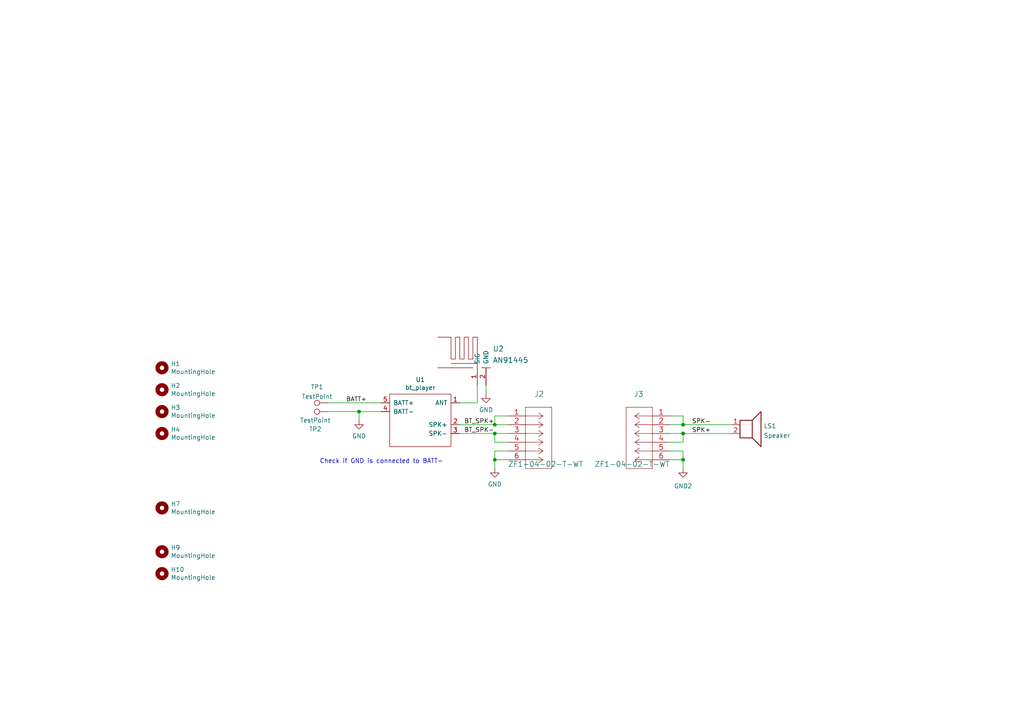
<source format=kicad_sch>
(kicad_sch (version 20211123) (generator eeschema)
  (paper "A4")
  (lib_symbols
    (symbol "527450633_1" (pin_names (offset 0.254) hide)
      (property "Reference" "J" (at 8.89 6.35 0))
      (property "Value" "527450633_1" (at 7.62 -16.51 0))
      (symbol "527450633_1_1_1"
        (polyline (pts (xy 5.08 -15.24) (xy 12.7 -15.24)) (stroke (width 0.127)))
        (polyline (pts (xy 5.08 2.54) (xy 5.08 -15.24)) (stroke (width 0.127)))
        (polyline (pts (xy 10.16 -12.7) (xy 5.08 -12.7)) (stroke (width 0.127)))
        (polyline (pts (xy 10.16 -12.7) (xy 8.89 -13.5382)) (stroke (width 0.127)))
        (polyline (pts (xy 10.16 -12.7) (xy 8.89 -11.8618)) (stroke (width 0.127)))
        (polyline (pts (xy 10.16 -10.16) (xy 5.08 -10.16)) (stroke (width 0.127)))
        (polyline (pts (xy 10.16 -10.16) (xy 8.89 -10.9982)) (stroke (width 0.127)))
        (polyline (pts (xy 10.16 -10.16) (xy 8.89 -9.3218)) (stroke (width 0.127)))
        (polyline (pts (xy 10.16 -7.62) (xy 5.08 -7.62)) (stroke (width 0.127)))
        (polyline (pts (xy 10.16 -7.62) (xy 8.89 -8.4582)) (stroke (width 0.127)))
        (polyline (pts (xy 10.16 -7.62) (xy 8.89 -6.7818)) (stroke (width 0.127)))
        (polyline (pts (xy 10.16 -5.08) (xy 5.08 -5.08)) (stroke (width 0.127)))
        (polyline (pts (xy 10.16 -5.08) (xy 8.89 -5.9182)) (stroke (width 0.127)))
        (polyline (pts (xy 10.16 -5.08) (xy 8.89 -4.2418)) (stroke (width 0.127)))
        (polyline (pts (xy 10.16 -2.54) (xy 5.08 -2.54)) (stroke (width 0.127)))
        (polyline (pts (xy 10.16 -2.54) (xy 8.89 -3.3782)) (stroke (width 0.127)))
        (polyline (pts (xy 10.16 -2.54) (xy 8.89 -1.7018)) (stroke (width 0.127)))
        (polyline (pts (xy 10.16 0) (xy 5.08 0)) (stroke (width 0.127)))
        (polyline (pts (xy 10.16 0) (xy 8.89 -0.8382)) (stroke (width 0.127)))
        (polyline (pts (xy 10.16 0) (xy 8.89 0.8382)) (stroke (width 0.127)))
        (polyline (pts (xy 12.7 -15.24) (xy 12.7 2.54)) (stroke (width 0.127)))
        (polyline (pts (xy 12.7 2.54) (xy 5.08 2.54)) (stroke (width 0.127)))
        (pin unspecified line (at 0 0 0) (length 5.08) (name "1") (number "1"))
        (pin unspecified line (at 0 -2.54 0) (length 5.08) (name "2") (number "2"))
        (pin unspecified line (at 0 -5.08 0) (length 5.08) (name "3") (number "3"))
        (pin unspecified line (at 0 -7.62 0) (length 5.08) (name "4") (number "4"))
        (pin unspecified line (at 0 -10.16 0) (length 5.08) (name "5") (number "5"))
        (pin unspecified line (at 0 -12.7 0) (length 5.08) (name "6") (number "6"))
      )
    )
    (symbol "Antennas:AN91445" (pin_names (offset 1.016))
      (property "Reference" "U" (at 1.27 8.89 0))
      (property "Value" "AN91445" (at 8.89 8.89 0))
      (symbol "AN91445_0_1"
        (polyline (pts (xy -1.27 -1.27) (xy -3.81 -1.27)))
        (polyline (pts (xy 0 0) (xy 0 -1.27)))
        (polyline (pts (xy 0 0) (xy 7.62 0)))
        (polyline (pts (xy 1.27 -1.27) (xy 11.43 -1.27)))
        (polyline (pts (xy 0 0) (xy 0 7.62) (xy 1.27 7.62) (xy 1.27 1.27) (xy 2.54 1.27) (xy 2.54 7.62) (xy 3.81 7.62) (xy 3.81 1.27) (xy 5.08 1.27) (xy 5.08 7.62) (xy 6.35 7.62) (xy 6.35 1.27) (xy 7.62 1.27) (xy 7.62 7.62) (xy 11.43 7.62)))
      )
      (symbol "AN91445_1_1"
        (pin input line (at 0 -6.35 90) (length 5.08) (name "SIG") (number "1"))
        (pin input line (at -2.54 -6.35 90) (length 5.08) (name "GND") (number "2"))
      )
    )
    (symbol "Connector:TestPoint" (pin_numbers hide) (pin_names (offset 0.762) hide)
      (property "Reference" "TP" (at 0 6.858 0))
      (property "Value" "TestPoint" (at 0 5.08 0))
      (symbol "TestPoint_0_1"
        (circle (center 0 3.302) (radius 0.762))
      )
      (symbol "TestPoint_1_1"
        (pin passive line (at 0 0 90) (length 2.54) (name "1") (number "1"))
      )
    )
    (symbol "Device:Speaker" (pin_names (offset 0) hide)
      (property "Reference" "LS" (at 1.27 5.715 0))
      (property "Value" "Speaker" (at 1.27 3.81 0))
      (symbol "Speaker_0_0"
        (rectangle (start -2.54 1.27) (end 1.016 -3.81) (stroke (width 0.254)))
        (polyline (pts (xy 1.016 1.27) (xy 3.556 3.81) (xy 3.556 -6.35) (xy 1.016 -3.81)) (stroke (width 0.254)))
      )
      (symbol "Speaker_1_1"
        (pin input line (at -5.08 0 0) (length 2.54) (name "1") (number "1"))
        (pin input line (at -5.08 -2.54 0) (length 2.54) (name "2") (number "2"))
      )
    )
    (symbol "Device:bt_player" (pin_names (offset 1.016))
      (property "Reference" "U" (at -1.27 6.35 0))
      (property "Value" "Device_bt_player" (at -1.27 -11.43 0))
      (symbol "bt_player_0_1"
        (rectangle (start -13.97 5.08) (end 3.81 -10.16))
      )
      (symbol "bt_player_1_1"
        (pin input line (at 6.35 2.54 180) (length 2.54) (name "ANT") (number "1"))
        (pin input line (at 6.35 -3.81 180) (length 2.54) (name "SPK+") (number "2"))
        (pin input line (at 6.35 -6.35 180) (length 2.54) (name "SPK-") (number "3"))
        (pin input line (at -16.51 0 0) (length 2.54) (name "BATT-") (number "4"))
        (pin input line (at -16.51 2.54 0) (length 2.54) (name "BATT+") (number "5"))
      )
    )
    (symbol "Mechanical:MountingHole" (pin_names (offset 1.016))
      (property "Reference" "H" (at 0 5.08 0))
      (property "Value" "MountingHole" (at 0 3.175 0))
      (symbol "MountingHole_0_1"
        (circle (center 0 0) (radius 1.27) (stroke (width 1.27)))
      )
    )
    (symbol "connector_Molex_zif5:527450633" (pin_names (offset 0.254) hide)
      (property "Reference" "J" (at 8.89 6.35 0))
      (property "Value" "527450633" (at 7.62 -16.51 0))
      (symbol "527450633_1_1"
        (polyline (pts (xy 5.08 -15.24) (xy 12.7 -15.24)) (stroke (width 0.127)))
        (polyline (pts (xy 5.08 2.54) (xy 5.08 -15.24)) (stroke (width 0.127)))
        (polyline (pts (xy 10.16 -12.7) (xy 5.08 -12.7)) (stroke (width 0.127)))
        (polyline (pts (xy 10.16 -12.7) (xy 8.89 -13.5382)) (stroke (width 0.127)))
        (polyline (pts (xy 10.16 -12.7) (xy 8.89 -11.8618)) (stroke (width 0.127)))
        (polyline (pts (xy 10.16 -10.16) (xy 5.08 -10.16)) (stroke (width 0.127)))
        (polyline (pts (xy 10.16 -10.16) (xy 8.89 -10.9982)) (stroke (width 0.127)))
        (polyline (pts (xy 10.16 -10.16) (xy 8.89 -9.3218)) (stroke (width 0.127)))
        (polyline (pts (xy 10.16 -7.62) (xy 5.08 -7.62)) (stroke (width 0.127)))
        (polyline (pts (xy 10.16 -7.62) (xy 8.89 -8.4582)) (stroke (width 0.127)))
        (polyline (pts (xy 10.16 -7.62) (xy 8.89 -6.7818)) (stroke (width 0.127)))
        (polyline (pts (xy 10.16 -5.08) (xy 5.08 -5.08)) (stroke (width 0.127)))
        (polyline (pts (xy 10.16 -5.08) (xy 8.89 -5.9182)) (stroke (width 0.127)))
        (polyline (pts (xy 10.16 -5.08) (xy 8.89 -4.2418)) (stroke (width 0.127)))
        (polyline (pts (xy 10.16 -2.54) (xy 5.08 -2.54)) (stroke (width 0.127)))
        (polyline (pts (xy 10.16 -2.54) (xy 8.89 -3.3782)) (stroke (width 0.127)))
        (polyline (pts (xy 10.16 -2.54) (xy 8.89 -1.7018)) (stroke (width 0.127)))
        (polyline (pts (xy 10.16 0) (xy 5.08 0)) (stroke (width 0.127)))
        (polyline (pts (xy 10.16 0) (xy 8.89 -0.8382)) (stroke (width 0.127)))
        (polyline (pts (xy 10.16 0) (xy 8.89 0.8382)) (stroke (width 0.127)))
        (polyline (pts (xy 12.7 -15.24) (xy 12.7 2.54)) (stroke (width 0.127)))
        (polyline (pts (xy 12.7 2.54) (xy 5.08 2.54)) (stroke (width 0.127)))
        (pin unspecified line (at 0 0 0) (length 5.08) (name "1") (number "1"))
        (pin unspecified line (at 0 -2.54 0) (length 5.08) (name "2") (number "2"))
        (pin unspecified line (at 0 -5.08 0) (length 5.08) (name "3") (number "3"))
        (pin unspecified line (at 0 -7.62 0) (length 5.08) (name "4") (number "4"))
        (pin unspecified line (at 0 -10.16 0) (length 5.08) (name "5") (number "5"))
        (pin unspecified line (at 0 -12.7 0) (length 5.08) (name "6") (number "6"))
      )
    )
    (symbol "power:GND" (power) (pin_names (offset 0))
      (property "Value" "GND" (at 0 -3.81 0))
      (symbol "GND_0_1"
        (polyline (pts (xy 0 0) (xy 0 -1.27) (xy 1.27 -1.27) (xy 0 -2.54) (xy -1.27 -1.27) (xy 0 -1.27)))
      )
      (symbol "GND_1_1"
        (pin power_in line (at 0 0 270) (length 0) hide (name "GND") (number "1"))
      )
    )
    (symbol "power:GND2" (power) (pin_names (offset 0))
      (property "Value" "GND2" (at 0 -3.81 0))
      (symbol "GND2_0_1"
        (polyline (pts (xy 0 0) (xy 0 -1.27) (xy 1.27 -1.27) (xy 0 -2.54) (xy -1.27 -1.27) (xy 0 -1.27)))
      )
      (symbol "GND2_1_1"
        (pin power_in line (at 0 0 270) (length 0) hide (name "GND2") (number "1"))
      )
    )
  )
  (junction (at 143.51 123.19))
  (junction (at 198.12 125.73))
  (junction (at 198.12 133.35))
  (junction (at 143.51 125.73))
  (junction (at 143.51 133.35))
  (junction (at 104.14 119.38))
  (junction (at 198.12 123.19))
  (wire (pts (xy 143.51 125.73) (xy 147.32 125.73)))
  (wire (pts (xy 140.97 111.76) (xy 140.97 114.3)))
  (wire (pts (xy 194.31 120.65) (xy 198.12 120.65)))
  (wire (pts (xy 198.12 128.27) (xy 198.12 125.73)))
  (wire (pts (xy 194.31 128.27) (xy 198.12 128.27)))
  (wire (pts (xy 143.51 128.27) (xy 143.51 125.73)))
  (wire (pts (xy 198.12 123.19) (xy 212.09 123.19)))
  (wire (pts (xy 95.25 116.84) (xy 110.49 116.84)))
  (wire (pts (xy 138.43 111.76) (xy 138.43 116.84)))
  (wire (pts (xy 143.51 133.35) (xy 147.32 133.35)))
  (wire (pts (xy 198.12 130.81) (xy 198.12 133.35)))
  (wire (pts (xy 138.43 116.84) (xy 133.35 116.84)))
  (wire (pts (xy 194.31 125.73) (xy 198.12 125.73)))
  (wire (pts (xy 143.51 135.89) (xy 143.51 133.35)))
  (wire (pts (xy 133.35 123.19) (xy 143.51 123.19)))
  (wire (pts (xy 133.35 125.73) (xy 143.51 125.73)))
  (wire (pts (xy 104.14 119.38) (xy 110.49 119.38)))
  (wire (pts (xy 143.51 133.35) (xy 143.51 130.81)))
  (wire (pts (xy 143.51 130.81) (xy 147.32 130.81)))
  (wire (pts (xy 194.31 123.19) (xy 198.12 123.19)))
  (wire (pts (xy 104.14 119.38) (xy 104.14 121.92)))
  (wire (pts (xy 147.32 128.27) (xy 143.51 128.27)))
  (wire (pts (xy 198.12 125.73) (xy 212.09 125.73)))
  (wire (pts (xy 147.32 120.65) (xy 143.51 120.65)))
  (wire (pts (xy 194.31 133.35) (xy 198.12 133.35)))
  (wire (pts (xy 95.25 119.38) (xy 104.14 119.38)))
  (wire (pts (xy 143.51 123.19) (xy 147.32 123.19)))
  (wire (pts (xy 194.31 130.81) (xy 198.12 130.81)))
  (wire (pts (xy 198.12 133.35) (xy 198.12 135.89)))
  (wire (pts (xy 198.12 120.65) (xy 198.12 123.19)))
  (wire (pts (xy 143.51 120.65) (xy 143.51 123.19)))
  (text "Check if GND is connected to BATT-\n" (at 92.71 134.62 0) (effects (font (size 1.27 1.27)) (justify left bottom)))
  (label "BT_SPK+" (at 134.62 123.19 0))
  (label "SPK-" (at 200.66 123.19 0))
  (label "BT_SPK-" (at 134.62 125.73 0))
  (label "SPK+" (at 200.66 125.73 0))
  (label "BATT+" (at 100.33 116.84 0))
  (symbol (lib_id "Device:bt_player") (at 127 119.38 0) (unit 1)
    (property "Reference" "U1" (at 121.92 110.109 0))
    (property "Value" "bt_player" (at 121.92 112.4204 0))
    (property "Footprint" "Audio_Module:bt_player" (effects hide))
  )
  (symbol (lib_id "Mechanical:MountingHole") (at 46.99 147.32 0) (unit 1)
    (property "Reference" "H7" (at 49.53 146.1516 0) (effects (justify left)))
    (property "Value" "MountingHole" (at 49.53 148.463 0) (effects (justify left)))
    (property "Footprint" "MountingHole:MountingHole_2.1mm_smallCntry" (effects hide))
  )
  (symbol (lib_id "Mechanical:MountingHole") (at 46.99 160.02 0) (unit 1)
    (property "Reference" "H9" (at 49.53 158.8516 0) (effects (justify left)))
    (property "Value" "MountingHole" (at 49.53 161.163 0) (effects (justify left)))
    (property "Footprint" "MountingHole:MountingHole_2.1mm_smallCntry" (effects hide))
  )
  (symbol (lib_id "Mechanical:MountingHole") (at 46.99 166.37 0) (unit 1)
    (property "Reference" "H10" (at 49.53 165.2016 0) (effects (justify left)))
    (property "Value" "MountingHole" (at 49.53 167.513 0) (effects (justify left)))
    (property "Footprint" "MountingHole:MountingHole_2.1mm_smallCntry" (effects hide))
  )
  (symbol (lib_id "Mechanical:MountingHole") (at 46.99 125.73 0) (unit 1)
    (property "Reference" "H4" (at 49.53 124.5616 0) (effects (justify left)))
    (property "Value" "MountingHole" (at 49.53 126.873 0) (effects (justify left)))
    (property "Footprint" "MountingHole:MountingHole_2.1mm_smallCntry" (effects hide))
  )
  (symbol (lib_id "Mechanical:MountingHole") (at 46.99 119.38 0) (unit 1)
    (property "Reference" "H3" (at 49.53 118.2116 0) (effects (justify left)))
    (property "Value" "MountingHole" (at 49.53 120.523 0) (effects (justify left)))
    (property "Footprint" "MountingHole:MountingHole_2.1mm_smallCntry" (effects hide))
  )
  (symbol (lib_id "Mechanical:MountingHole") (at 46.99 113.03 0) (unit 1)
    (property "Reference" "H2" (at 49.53 111.8616 0) (effects (justify left)))
    (property "Value" "MountingHole" (at 49.53 114.173 0) (effects (justify left)))
    (property "Footprint" "MountingHole:MountingHole_2.1mm_smallCntry" (effects hide))
  )
  (symbol (lib_id "Mechanical:MountingHole") (at 46.99 106.68 0) (unit 1)
    (property "Reference" "H1" (at 49.53 105.5116 0) (effects (justify left)))
    (property "Value" "MountingHole" (at 49.53 107.823 0) (effects (justify left)))
    (property "Footprint" "MountingHole:MountingHole_2.1mm_smallCntry" (effects hide))
  )
  (symbol (lib_id "power:GND") (at 143.51 135.89 0) (unit 1)
    (property "Reference" "#PWR0104" (effects hide))
    (property "Value" "GND" (at 143.51 140.4525 0))
  )
  (symbol (lib_id "Connector:TestPoint") (at 95.25 119.38 90) (unit 1)
    (property "Reference" "TP2" (at 91.44 124.46 90))
    (property "Value" "TestPoint" (at 91.44 121.92 90))
    (property "Footprint" "TestPoint:TestPoint_Pad_D2.5mm" (effects hide))
  )
  (symbol (lib_id "power:GND") (at 104.14 121.92 0) (unit 1)
    (property "Reference" "#PWR0102" (effects hide))
    (property "Value" "GND" (at 104.14 126.4825 0))
  )
  (symbol (lib_id "power:GND") (at 140.97 114.3 0) (unit 1)
    (property "Reference" "#PWR0101" (effects hide))
    (property "Value" "GND" (at 140.97 118.8625 0))
  )
  (symbol (lib_name "527450633_1") (lib_id "connector_Molex_zif5:527450633") (at 194.31 120.65 0) (mirror y) (unit 1)
    (property "Reference" "J3" (at 186.69 114.3 0) (effects (font (size 1.524 1.524)) (justify left)))
    (property "Value" "ZF1-04-02-T-WT" (at 194.31 134.62 0) (effects (font (size 1.524 1.524)) (justify left)))
    (property "Footprint" "Connector_Molex:Molex_Easy-On_527450633-FPC-1x04-P0.5mm" (effects hide))
  )
  (symbol (lib_id "Device:Speaker") (at 217.17 123.19 0) (unit 1)
    (property "Reference" "LS1" (at 221.488 123.5515 0) (effects (justify left)))
    (property "Value" "Speaker" (at 221.488 126.3266 0) (effects (justify left)))
    (property "Footprint" "Audio_Module:Iphone-speaker" (effects hide))
  )
  (symbol (lib_id "power:GND2") (at 198.12 135.89 0) (unit 1)
    (property "Reference" "#PWR?" (effects hide))
    (property "Value" "GND2" (at 198.12 140.97 0))
  )
  (symbol (lib_id "connector_Molex_zif5:527450633") (at 147.32 120.65 0) (unit 1)
    (property "Reference" "J2" (at 154.94 114.3 0) (effects (font (size 1.524 1.524)) (justify left)))
    (property "Value" "ZF1-04-02-T-WT" (at 147.32 134.62 0) (effects (font (size 1.524 1.524)) (justify left)))
    (property "Footprint" "Connector_Molex:Molex_Easy-On_527450633-FPC-1x04-P0.5mm" (effects hide))
  )
  (symbol (lib_id "Antennas:AN91445") (at 138.43 105.41 0) (mirror y) (unit 1)
    (property "Reference" "U2" (at 142.875 101.1703 0) (effects (font (size 1.524 1.524)) (justify right)))
    (property "Value" "AN91445" (at 142.875 104.4493 0) (effects (font (size 1.524 1.524)) (justify right)))
    (property "Footprint" "Antennas:AN91445" (effects hide))
  )
  (symbol (lib_id "Connector:TestPoint") (at 95.25 116.84 90) (unit 1)
    (property "Reference" "TP1" (at 91.948 112.2385 90))
    (property "Value" "TestPoint" (at 91.948 115.0136 90))
    (property "Footprint" "TestPoint:TestPoint_Pad_D2.5mm" (effects hide))
  )
)
</source>
